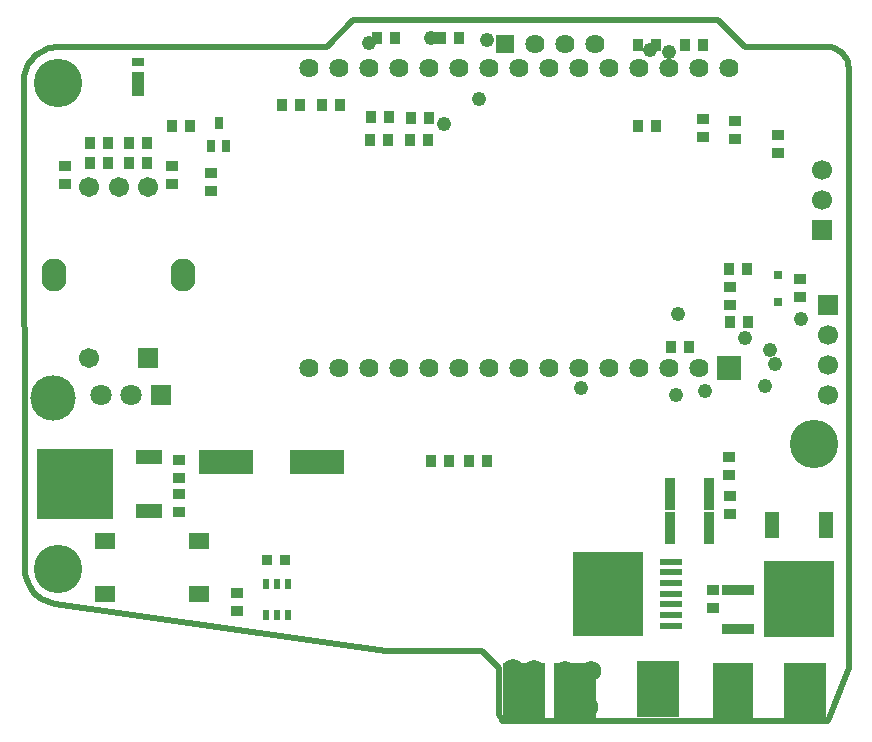
<source format=gts>
G04*
G04 #@! TF.GenerationSoftware,Altium Limited,Altium Designer,22.2.1 (43)*
G04*
G04 Layer_Color=8388736*
%FSLAX25Y25*%
%MOIN*%
G70*
G04*
G04 #@! TF.SameCoordinates,5B388EAC-A044-4A36-8472-2700C52922B7*
G04*
G04*
G04 #@! TF.FilePolarity,Negative*
G04*
G01*
G75*
%ADD16C,0.01968*%
%ADD22R,0.03740X0.03740*%
%ADD23R,0.03740X0.10630*%
%ADD24R,0.13504X0.18504*%
%ADD25R,0.04331X0.03150*%
%ADD26R,0.04331X0.07874*%
%ADD30R,0.10630X0.03740*%
%ADD36R,0.03400X0.04400*%
%ADD37R,0.04400X0.03400*%
%ADD38R,0.02368X0.03353*%
%ADD39R,0.13904X0.18904*%
%ADD40R,0.25597X0.23235*%
%ADD41R,0.09061X0.05124*%
%ADD42R,0.06502X0.05518*%
%ADD43R,0.07290X0.02368*%
%ADD44R,0.23235X0.28353*%
%ADD45R,0.05124X0.09061*%
%ADD46R,0.23235X0.25597*%
%ADD47R,0.02762X0.02762*%
%ADD48R,0.03156X0.03943*%
%ADD49R,0.17900X0.08400*%
%ADD50R,0.17902X0.08402*%
%ADD51C,0.06400*%
%ADD52R,0.06400X0.06400*%
%ADD53R,0.08274X0.08274*%
%ADD54C,0.06693*%
%ADD55R,0.06693X0.06693*%
%ADD56C,0.16148*%
%ADD57O,0.08274X0.11030*%
%ADD58C,0.06699*%
%ADD59R,0.06699X0.06699*%
%ADD60C,0.06800*%
%ADD61C,0.07093*%
%ADD62R,0.07093X0.07093*%
%ADD63C,0.15124*%
%ADD64C,0.04800*%
G36*
X206060Y37898D02*
X195430D01*
Y39079D01*
X188147D01*
Y36913D01*
X183226D01*
Y64866D01*
X188147D01*
Y62701D01*
X195430D01*
Y63882D01*
X206060D01*
Y37898D01*
D02*
G37*
D16*
X274955Y226045D02*
X274884Y227035D01*
X274673Y228005D01*
X274326Y228934D01*
X273851Y229805D01*
X273256Y230600D01*
X272554Y231301D01*
X271760Y231896D01*
X270889Y232371D01*
X269959Y232718D01*
X268990Y232929D01*
X268000Y233000D01*
X269Y59520D02*
X311Y58508D01*
X436Y57503D01*
X644Y56511D01*
X933Y55540D01*
X1302Y54597D01*
X1747Y53687D01*
X2265Y52817D01*
X2854Y51992D01*
X3509Y51219D01*
X4226Y50503D01*
X4999Y49849D01*
X5824Y49261D01*
X6694Y48743D01*
X7604Y48298D01*
X8548Y47930D01*
X9519Y47642D01*
X10511Y47435D01*
X11472Y233000D02*
X10472Y232956D01*
X9480Y232826D01*
X8503Y232609D01*
X7548Y232308D01*
X6624Y231925D01*
X5736Y231463D01*
X4892Y230925D01*
X4098Y230316D01*
X3360Y229640D01*
X2684Y228902D01*
X2075Y228108D01*
X1537Y227264D01*
X1075Y226376D01*
X692Y225452D01*
X391Y224497D01*
X174Y223520D01*
X44Y222528D01*
X0Y221528D01*
X80127Y233123D02*
X100995D01*
X109884Y242012D01*
X158285Y10330D02*
X159404Y9211D01*
Y8307D02*
Y9211D01*
Y8307D02*
X268232D01*
X158285Y10330D02*
Y26236D01*
X268232Y8307D02*
X274933Y26054D01*
X274955Y226045D01*
X120798Y31598D02*
X152923D01*
X158285Y26236D01*
X109884Y242012D02*
X231322D01*
X47300Y233123D02*
X80127D01*
X11925D02*
X47300D01*
X231322Y242012D02*
X240322Y233012D01*
X267500D01*
X10511Y47435D02*
X120798Y31598D01*
X0Y221528D02*
X269Y59520D01*
X274955Y226045D02*
X274884Y227035D01*
X274673Y228005D01*
X274326Y228934D01*
X273851Y229805D01*
X273256Y230600D01*
X272554Y231301D01*
X271760Y231896D01*
X270889Y232371D01*
X269959Y232718D01*
X268990Y232929D01*
X268000Y233000D01*
X269Y59520D02*
X311Y58508D01*
X436Y57503D01*
X644Y56511D01*
X933Y55540D01*
X1302Y54597D01*
X1747Y53687D01*
X2265Y52817D01*
X2854Y51992D01*
X3509Y51219D01*
X4226Y50503D01*
X4999Y49849D01*
X5824Y49261D01*
X6694Y48743D01*
X7604Y48298D01*
X8548Y47930D01*
X9519Y47642D01*
X10511Y47435D01*
X11472Y233000D02*
X10472Y232956D01*
X9480Y232826D01*
X8503Y232609D01*
X7548Y232308D01*
X6624Y231925D01*
X5736Y231463D01*
X4892Y230925D01*
X4098Y230316D01*
X3360Y229640D01*
X2684Y228902D01*
X2075Y228108D01*
X1537Y227264D01*
X1075Y226376D01*
X692Y225452D01*
X391Y224497D01*
X174Y223520D01*
X44Y222528D01*
X0Y221528D01*
X80127Y233123D02*
X100995D01*
X109884Y242012D01*
X158285Y10330D02*
X159404Y9211D01*
Y8307D02*
Y9211D01*
Y8307D02*
X268232D01*
X158285Y10330D02*
Y26236D01*
X268232Y8307D02*
X274933Y26054D01*
X274955Y226045D01*
X120798Y31598D02*
X152923D01*
X158285Y26236D01*
X109884Y242012D02*
X231322D01*
X47300Y233123D02*
X80127D01*
X11925D02*
X47300D01*
X231322Y242012D02*
X240322Y233012D01*
X267500D01*
X10511Y47435D02*
X120798Y31598D01*
X0Y221528D02*
X269Y59520D01*
D22*
X87090Y62186D02*
D03*
X81185D02*
D03*
D23*
X215555Y84056D02*
D03*
X228548D02*
D03*
X215569Y72926D02*
D03*
X228561D02*
D03*
D24*
X236273Y18500D02*
D03*
D25*
X38000Y228100D02*
D03*
D26*
Y220620D02*
D03*
D30*
X238243Y38991D02*
D03*
Y51983D02*
D03*
D36*
X241134Y159022D02*
D03*
X235134D02*
D03*
X235289Y141301D02*
D03*
X241289D02*
D03*
X221735Y132989D02*
D03*
X215735D02*
D03*
X226486Y233685D02*
D03*
X220486D02*
D03*
X210833Y233772D02*
D03*
X204833D02*
D03*
X117743Y236000D02*
D03*
X123743D02*
D03*
X138949D02*
D03*
X144949D02*
D03*
X49500Y206908D02*
D03*
X55500D02*
D03*
X148500Y95000D02*
D03*
X154500D02*
D03*
X135686Y94968D02*
D03*
X141686D02*
D03*
X35000Y201000D02*
D03*
X41000D02*
D03*
X22000D02*
D03*
X28000D02*
D03*
X134804Y202211D02*
D03*
X128804D02*
D03*
X92000Y213843D02*
D03*
X86000D02*
D03*
X134999Y209399D02*
D03*
X128999D02*
D03*
X121565Y202047D02*
D03*
X115565D02*
D03*
X210602Y206770D02*
D03*
X204602D02*
D03*
X105500Y213856D02*
D03*
X99500D02*
D03*
X41000Y194500D02*
D03*
X35000Y194500D02*
D03*
X22000Y194500D02*
D03*
X28000D02*
D03*
X115686Y209854D02*
D03*
X121686D02*
D03*
D37*
X235572Y147186D02*
D03*
Y153186D02*
D03*
X70958Y44959D02*
D03*
Y50959D02*
D03*
X251500Y203833D02*
D03*
Y197833D02*
D03*
X229742Y52008D02*
D03*
Y46008D02*
D03*
X51631Y95577D02*
D03*
Y89577D02*
D03*
X51717Y78000D02*
D03*
Y84000D02*
D03*
X237000Y208500D02*
D03*
Y202500D02*
D03*
X226500Y209000D02*
D03*
Y203000D02*
D03*
X62392Y191020D02*
D03*
Y185020D02*
D03*
X49331Y187528D02*
D03*
Y193528D02*
D03*
X13898D02*
D03*
Y187528D02*
D03*
X235349Y83570D02*
D03*
Y77570D02*
D03*
X235089Y96300D02*
D03*
Y90300D02*
D03*
X258866Y155709D02*
D03*
Y149709D02*
D03*
D38*
X88240Y43697D02*
D03*
X84500D02*
D03*
X80760Y43697D02*
D03*
X80760Y54130D02*
D03*
X84500D02*
D03*
X88240D02*
D03*
D39*
X211368Y19000D02*
D03*
X183640Y18473D02*
D03*
X260500Y18500D02*
D03*
X166668D02*
D03*
D40*
X16965Y87524D02*
D03*
D41*
X41768Y96500D02*
D03*
X41768Y78547D02*
D03*
D42*
X27201Y68376D02*
D03*
Y50660D02*
D03*
X58500Y68376D02*
D03*
Y50660D02*
D03*
D43*
X215608Y57976D02*
D03*
Y54433D02*
D03*
Y50890D02*
D03*
Y47346D02*
D03*
Y43803D02*
D03*
Y40260D02*
D03*
Y61520D02*
D03*
D44*
X194643Y50890D02*
D03*
D45*
X267494Y73808D02*
D03*
X249542D02*
D03*
D46*
X258518Y49005D02*
D03*
D47*
X251500Y157107D02*
D03*
Y148052D02*
D03*
D48*
X65000Y207740D02*
D03*
X67559Y200260D02*
D03*
X62441D02*
D03*
D49*
X67360Y94742D02*
D03*
D50*
X97860Y94742D02*
D03*
D51*
X190500Y234000D02*
D03*
X180500D02*
D03*
X170500D02*
D03*
X225000Y125946D02*
D03*
X215000D02*
D03*
X205000D02*
D03*
X195000D02*
D03*
X185000D02*
D03*
X175000D02*
D03*
X165000D02*
D03*
X155000D02*
D03*
X145000D02*
D03*
X135000D02*
D03*
X125000D02*
D03*
X115000D02*
D03*
X105000D02*
D03*
X95000D02*
D03*
X235000Y225946D02*
D03*
X225000D02*
D03*
X215000D02*
D03*
X205000D02*
D03*
X195000D02*
D03*
X185000D02*
D03*
X175000D02*
D03*
X165000D02*
D03*
X155000D02*
D03*
X145000D02*
D03*
X135000D02*
D03*
X125000D02*
D03*
X115000D02*
D03*
X105000D02*
D03*
X95000D02*
D03*
X72768Y94742D02*
D03*
X92453D02*
D03*
D52*
X160500Y234000D02*
D03*
D53*
X235000Y125946D02*
D03*
D54*
X268054Y117145D02*
D03*
Y127145D02*
D03*
Y137145D02*
D03*
X266000Y192109D02*
D03*
Y182108D02*
D03*
D55*
X268054Y147145D02*
D03*
X266000Y172108D02*
D03*
D56*
X263440Y100886D02*
D03*
X11440Y59021D02*
D03*
X11452Y221056D02*
D03*
D57*
X10114Y157047D02*
D03*
X53114D02*
D03*
D58*
X31614Y186591D02*
D03*
X21772D02*
D03*
X41457Y186591D02*
D03*
X21772Y129504D02*
D03*
D59*
X41457D02*
D03*
D60*
X163224Y13500D02*
D03*
X169982Y25500D02*
D03*
X180039Y13562D02*
D03*
X189004Y25207D02*
D03*
X169663Y13562D02*
D03*
X162974Y25721D02*
D03*
X187934Y13181D02*
D03*
X180534Y25220D02*
D03*
D61*
X25609Y116990D02*
D03*
X35609D02*
D03*
D62*
X45608D02*
D03*
D63*
X9702Y116000D02*
D03*
D64*
X240500Y136000D02*
D03*
X151700Y215726D02*
D03*
X115000Y234465D02*
D03*
X154359Y235394D02*
D03*
X208833Y232084D02*
D03*
X248706Y132001D02*
D03*
X247223Y120139D02*
D03*
X250300Y127579D02*
D03*
X227246Y118595D02*
D03*
X217399Y117022D02*
D03*
X185842Y119555D02*
D03*
X259203Y142343D02*
D03*
X218051Y144195D02*
D03*
X140000Y207424D02*
D03*
X215000Y231565D02*
D03*
X135734Y236123D02*
D03*
M02*

</source>
